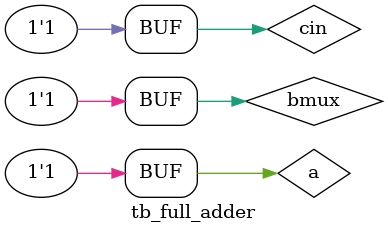
<source format=v>
`timescale 1ns / 1ps

`timescale 1ns / 1ps
module tb_full_adder;
// Inputs
reg a;
reg bmux;
reg cin;
// Outputs
wire sum;
wire co;
// Instantiate the Unit Under Test (UUT)
full_adder uut (
.sum(sum),
.co(co),
.a(a),
.bmux(bmux),
.cin(cin)
);
initial begin
// Initialize Inputs
a = 0;
bmux = 0;
cin = 0;
// Wait 100 ns for global reset to finish
#100;
// Add stimulus here
a = 0; bmux = 0; cin = 0; #50;
a = 1; bmux = 0; cin = 0; #50;
a = 0; bmux = 1; cin = 0; #50;
a = 1; bmux = 1; cin = 0; #50;
a = 0; bmux = 0; cin = 1; #50;
a = 1; bmux = 0; cin = 1; #50;
a = 0; bmux = 1; cin = 1; #50;
a = 1; bmux = 1; cin = 1; #50;
end
endmodule

</source>
